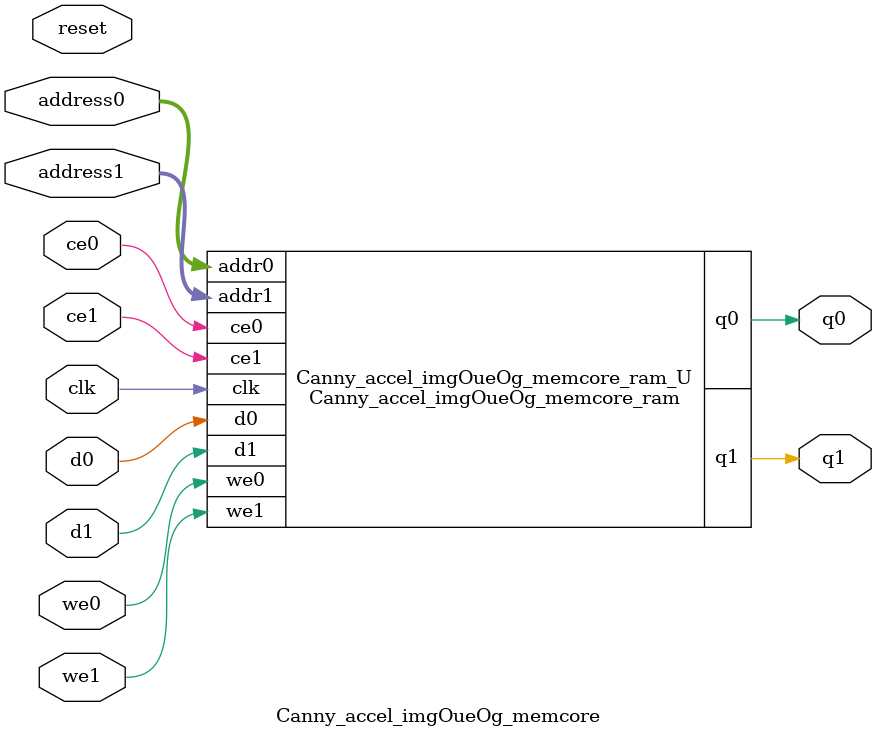
<source format=v>
`timescale 1 ns / 1 ps
module Canny_accel_imgOueOg_memcore_ram (addr0, ce0, d0, we0, q0, addr1, ce1, d1, we1, q1,  clk);

parameter DWIDTH = 1;
parameter AWIDTH = 21;
parameter MEM_SIZE = 1843200;

input[AWIDTH-1:0] addr0;
input ce0;
input[DWIDTH-1:0] d0;
input we0;
output reg[DWIDTH-1:0] q0;
input[AWIDTH-1:0] addr1;
input ce1;
input[DWIDTH-1:0] d1;
input we1;
output reg[DWIDTH-1:0] q1;
input clk;

(* ram_style = "block" *)reg [DWIDTH-1:0] ram[0:MEM_SIZE-1];




always @(posedge clk)  
begin 
    if (ce0) 
    begin
        if (we0) 
        begin 
            ram[addr0] <= d0; 
        end 
        q0 <= ram[addr0];
    end
end


always @(posedge clk)  
begin 
    if (ce1) 
    begin
        if (we1) 
        begin 
            ram[addr1] <= d1; 
        end 
        q1 <= ram[addr1];
    end
end


endmodule

`timescale 1 ns / 1 ps
module Canny_accel_imgOueOg_memcore(
    reset,
    clk,
    address0,
    ce0,
    we0,
    d0,
    q0,
    address1,
    ce1,
    we1,
    d1,
    q1);

parameter DataWidth = 32'd1;
parameter AddressRange = 32'd1843200;
parameter AddressWidth = 32'd21;
input reset;
input clk;
input[AddressWidth - 1:0] address0;
input ce0;
input we0;
input[DataWidth - 1:0] d0;
output[DataWidth - 1:0] q0;
input[AddressWidth - 1:0] address1;
input ce1;
input we1;
input[DataWidth - 1:0] d1;
output[DataWidth - 1:0] q1;



Canny_accel_imgOueOg_memcore_ram Canny_accel_imgOueOg_memcore_ram_U(
    .clk( clk ),
    .addr0( address0 ),
    .ce0( ce0 ),
    .we0( we0 ),
    .d0( d0 ),
    .q0( q0 ),
    .addr1( address1 ),
    .ce1( ce1 ),
    .we1( we1 ),
    .d1( d1 ),
    .q1( q1 ));

endmodule


</source>
